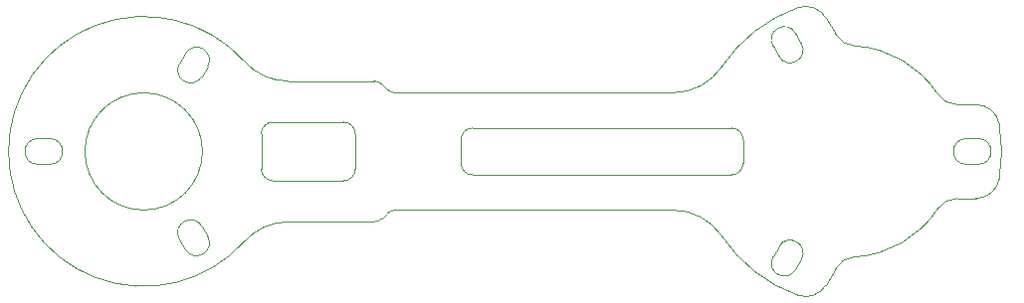
<source format=gm1>
%TF.GenerationSoftware,KiCad,Pcbnew,(5.1.6)-1*%
%TF.CreationDate,2021-12-23T20:52:21-05:00*%
%TF.ProjectId,upperArm,75707065-7241-4726-9d2e-6b696361645f,rev?*%
%TF.SameCoordinates,Original*%
%TF.FileFunction,Profile,NP*%
%FSLAX46Y46*%
G04 Gerber Fmt 4.6, Leading zero omitted, Abs format (unit mm)*
G04 Created by KiCad (PCBNEW (5.1.6)-1) date 2021-12-23 20:52:21*
%MOMM*%
%LPD*%
G01*
G04 APERTURE LIST*
%TA.AperFunction,Profile*%
%ADD10C,0.100000*%
%TD*%
G04 APERTURE END LIST*
D10*
X129999999Y-97500000D02*
G75*
G02*
X129000000Y-96499999I1J1000000D01*
G01*
X130000000Y-97500000D02*
X136000000Y-97500000D01*
X137000000Y-96500000D02*
G75*
G02*
X136000000Y-97500000I-1000000J0D01*
G01*
X137000000Y-96500000D02*
X137000000Y-93500000D01*
X136000000Y-92499999D02*
G75*
G02*
X137000001Y-93500000I0J-1000001D01*
G01*
X136000000Y-92500000D02*
X130000000Y-92500000D01*
X129000000Y-93500000D02*
G75*
G02*
X130000000Y-92500000I1000000J0D01*
G01*
X129000000Y-93500000D02*
X129000000Y-96499999D01*
X111000000Y-93900000D02*
X110000000Y-93900000D01*
X110000000Y-96100000D02*
G75*
G02*
X110000000Y-93900000I0J1100000D01*
G01*
X110000000Y-96100000D02*
X111000000Y-96100000D01*
X111000000Y-93900000D02*
G75*
G02*
X111000000Y-96100000I0J-1100000D01*
G01*
X189000000Y-96100000D02*
X190000000Y-96100000D01*
X190000000Y-93900000D02*
G75*
G02*
X190000000Y-96100000I0J-1100000D01*
G01*
X190000000Y-93900000D02*
X189000000Y-93900000D01*
X189000000Y-96100000D02*
G75*
G02*
X189000000Y-93900000I0J1100000D01*
G01*
X174952627Y-85789746D02*
X174452627Y-84923721D01*
X172547373Y-86023721D02*
G75*
G02*
X174452627Y-84923721I952627J550000D01*
G01*
X172547372Y-86023721D02*
X173047372Y-86889746D01*
X174952628Y-85789746D02*
G75*
G02*
X173047372Y-86889746I-952628J-550000D01*
G01*
X186543263Y-99909091D02*
G75*
G02*
X188219544Y-99000000I1676281J-1090909D01*
G01*
X186543263Y-99909091D02*
G75*
G02*
X179479765Y-103987203I-7543263J4909091D01*
G01*
X177854329Y-104984359D02*
G75*
G02*
X179479765Y-103987203I1732051J-1000000D01*
G01*
X177854329Y-104984359D02*
X177055774Y-106367496D01*
X177055774Y-106367495D02*
G75*
G02*
X174655310Y-107252496I-1732051J999999D01*
G01*
X174655310Y-107252496D02*
G75*
G02*
X168190767Y-102222222I4344690J12252496D01*
G01*
X164033370Y-100000000D02*
G75*
G02*
X168190767Y-102222222I0J-5000000D01*
G01*
X140414214Y-100000000D02*
X164033370Y-100000000D01*
X139707107Y-100292893D02*
G75*
G02*
X140414214Y-99999999I707107J-707107D01*
G01*
X139292894Y-100707106D02*
X139707107Y-100292893D01*
X139292894Y-100707107D02*
G75*
G02*
X138585787Y-101000000I-707107J707107D01*
G01*
X131298374Y-101000000D02*
X138585787Y-101000000D01*
X127571594Y-102666667D02*
G75*
G02*
X131298374Y-101000000I3726780J-3333333D01*
G01*
X127571594Y-102666667D02*
G75*
G02*
X127571594Y-87333334I-8571594J7666667D01*
G01*
X131298374Y-89000000D02*
G75*
G02*
X127571594Y-87333334I0J5000000D01*
G01*
X138585787Y-89000000D02*
X131298374Y-89000000D01*
X138585788Y-89000000D02*
G75*
G02*
X139292894Y-89292894I-1J-1000000D01*
G01*
X139707107Y-89707107D02*
X139292894Y-89292894D01*
X140414214Y-90000000D02*
G75*
G02*
X139707107Y-89707107I0J1000000D01*
G01*
X164033370Y-90000000D02*
X140414214Y-90000000D01*
X168190768Y-87777778D02*
G75*
G02*
X164033370Y-90000001I-4157398J2777778D01*
G01*
X168190767Y-87777778D02*
G75*
G02*
X174655310Y-82747504I10809233J-7222222D01*
G01*
X174655309Y-82747505D02*
G75*
G02*
X177055774Y-83632504I668414J-1884999D01*
G01*
X177055774Y-83632504D02*
X177854329Y-85015641D01*
X179479765Y-86012797D02*
G75*
G02*
X177854329Y-85015641I106615J1997156D01*
G01*
X179479766Y-86012798D02*
G75*
G02*
X186543263Y-90090910I-479766J-8987202D01*
G01*
X188219545Y-91000001D02*
G75*
G02*
X186543263Y-90090910I-1J2000001D01*
G01*
X188219544Y-91000000D02*
X189816653Y-91000000D01*
X189816653Y-90999999D02*
G75*
G02*
X191783318Y-92636364I0J-2000001D01*
G01*
X191783318Y-92636363D02*
G75*
G02*
X191783318Y-97363636I-12783318J-2363637D01*
G01*
X191783317Y-97363636D02*
G75*
G02*
X189816653Y-99000000I-1966664J363636D01*
G01*
X189816653Y-99000000D02*
X188219544Y-99000000D01*
X173047372Y-103110254D02*
X172547372Y-103976279D01*
X174452628Y-105076279D02*
G75*
G02*
X172547372Y-103976279I-952628J550000D01*
G01*
X174452627Y-105076279D02*
X174952627Y-104210254D01*
X173047373Y-103110254D02*
G75*
G02*
X174952627Y-104210254I952627J-550000D01*
G01*
X123952628Y-88621797D02*
X124452628Y-87755772D01*
X122547372Y-86655772D02*
G75*
G02*
X124452628Y-87755772I952628J-550000D01*
G01*
X122547373Y-86655772D02*
X122047373Y-87521797D01*
X123952627Y-88621797D02*
G75*
G02*
X122047373Y-87521797I-952627J550000D01*
G01*
X122047373Y-102478203D02*
X122547373Y-103344228D01*
X124452627Y-102244228D02*
G75*
G02*
X122547373Y-103344228I-952627J-550000D01*
G01*
X124452628Y-102244228D02*
X123952628Y-101378203D01*
X122047372Y-102478203D02*
G75*
G02*
X123952628Y-101378203I952628J550000D01*
G01*
X170000000Y-96000000D02*
G75*
G02*
X169000000Y-97000000I-1000000J0D01*
G01*
X170000000Y-96000000D02*
X170000000Y-94000000D01*
X169000000Y-93000000D02*
G75*
G02*
X170000000Y-94000000I0J-1000000D01*
G01*
X169000000Y-93000000D02*
X147000000Y-93000000D01*
X146000000Y-94000000D02*
G75*
G02*
X147000000Y-93000000I1000000J0D01*
G01*
X146000000Y-94000000D02*
X146000000Y-96000000D01*
X146999999Y-97000000D02*
G75*
G02*
X146000000Y-95999999I1J1000000D01*
G01*
X147000000Y-97000000D02*
X169000000Y-97000000D01*
X124000000Y-95000000D02*
G75*
G03*
X124000000Y-95000000I-5000000J0D01*
G01*
M02*

</source>
